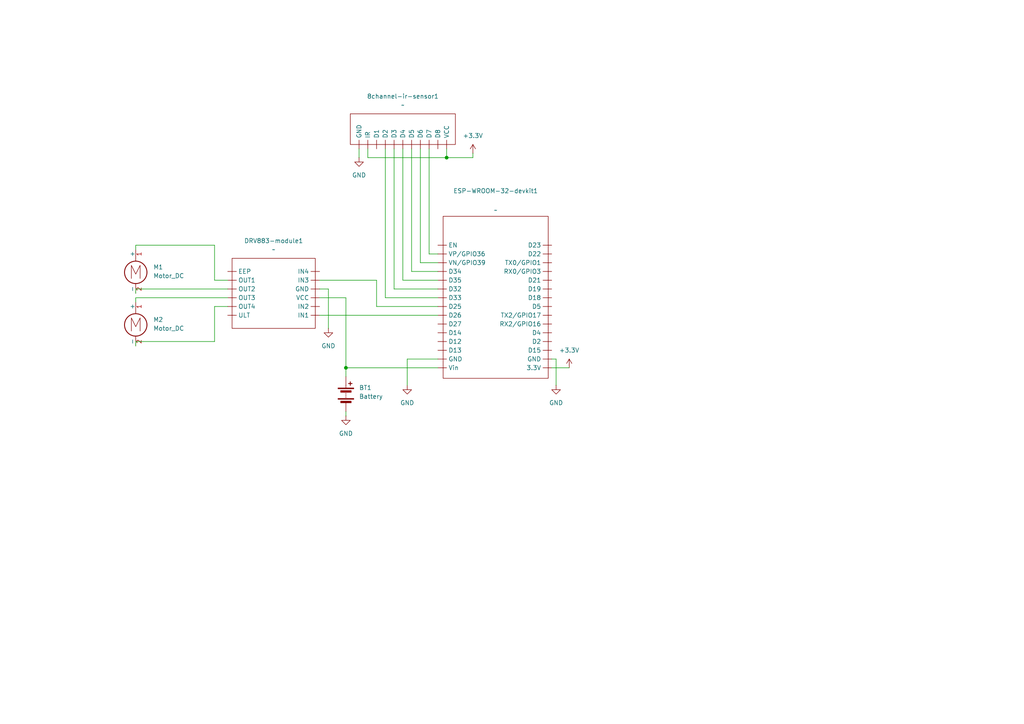
<source format=kicad_sch>
(kicad_sch (version 20250114) (generator "eeschema") (generator_version "9.0")
  (paper "A4")
  (lib_symbols
    (symbol "Device:Battery" (pin_numbers (hide yes)) (pin_names (offset 0) (hide yes))
      (property "Reference" "BT" (at 2.54 2.54 0))
      (property "Value" "Battery" (at 2.54 0 0))
      (symbol "Battery_0_1"
        (rectangle (start -2.286 1.778) (end 2.286 1.524) (fill (type outline)))
        (rectangle (start -2.286 -1.27) (end 2.286 -1.524) (fill (type outline)))
        (rectangle (start -1.524 1.016) (end 1.524 0.508) (fill (type outline)))
        (rectangle (start -1.524 -2.032) (end 1.524 -2.54) (fill (type outline)))
        (polyline (pts (xy 0 1.778) (xy 0 2.54)))
        (polyline (pts (xy 0 0) (xy 0 0.254)))
        (polyline (pts (xy 0 -0.508) (xy 0 -0.254)))
        (polyline (pts (xy 0 -1.016) (xy 0 -0.762)))
        (polyline (pts (xy 0.762 3.048) (xy 1.778 3.048)) (stroke (width 0.254)))
        (polyline (pts (xy 1.27 3.556) (xy 1.27 2.54)) (stroke (width 0.254)))
      )
      (symbol "Battery_1_1"
        (pin passive line (at 0 5.08 270) (length 2.54) (name "+") (number "1"))
        (pin passive line (at 0 -5.08 90) (length 2.54) (name "-") (number "2"))
      )
    )
    (symbol "Motor:Motor_DC" (pin_names (offset 0))
      (property "Reference" "M" (at 2.54 2.54 0))
      (property "Value" "Motor_DC" (at 2.54 -5.08 0))
      (symbol "Motor_DC_0_0"
        (polyline (pts (xy -1.27 -3.302) (xy -1.27 0.508) (xy 0 -2.032) (xy 1.27 0.508) (xy 1.27 -3.302)))
      )
      (symbol "Motor_DC_0_1"
        (polyline (pts (xy 0 2.032) (xy 0 2.54)))
        (polyline (pts (xy 0 1.7272) (xy 0 2.0828)))
        (circle (center 0 -1.524) (radius 3.2512) (stroke (width 0.254)))
        (polyline (pts (xy 0 -4.7752) (xy 0 -5.1816)))
        (polyline (pts (xy 0 -7.62) (xy 0 -7.112)))
      )
      (symbol "Motor_DC_1_1"
        (pin passive line (at 0 5.08 270) (length 2.54) (name "+") (number "1"))
        (pin passive line (at 0 -7.62 90) (length 2.54) (name "-") (number "2"))
      )
    )
    (symbol "PCM_Espressif:ESP-WROOM-32-DEVKIT"
      (property "Reference" "ESP-WROOM-32-devkit" (at 0 24.13 0))
      (symbol "ESP-WROOM-32-DEVKIT_0_1"
        (rectangle (start -14.986 26.162) (end 15.494 -20.828))
      )
      (symbol "ESP-WROOM-32-DEVKIT_1_1"
        (pin input line (at -16.51 17.78 0) (length 2.54) (name "EN") (number ""))
        (pin bidirectional line (at -16.51 15.24 0) (length 2.54) (name "VP/GPIO36") (number ""))
        (pin bidirectional line (at -16.51 12.7 0) (length 2.54) (name "VN/GPIO39") (number ""))
        (pin bidirectional line (at -16.51 10.16 0) (length 2.54) (name "D34") (number ""))
        (pin bidirectional line (at -16.51 7.62 0) (length 2.54) (name "D35") (number ""))
        (pin bidirectional line (at -16.51 5.08 0) (length 2.54) (name "D32") (number ""))
        (pin bidirectional line (at -16.51 2.54 0) (length 2.54) (name "D33") (number ""))
        (pin bidirectional line (at -16.51 0 0) (length 2.54) (name "D25") (number ""))
        (pin bidirectional line (at -16.51 -2.54 0) (length 2.54) (name "D26") (number ""))
        (pin bidirectional line (at -16.51 -5.08 0) (length 2.54) (name "D27") (number ""))
        (pin bidirectional line (at -16.51 -7.62 0) (length 2.54) (name "D14") (number ""))
        (pin bidirectional line (at -16.51 -10.16 0) (length 2.54) (name "D12") (number ""))
        (pin bidirectional line (at -16.51 -12.7 0) (length 2.54) (name "D13") (number ""))
        (pin power_in line (at -16.51 -15.24 0) (length 2.54) (name "GND") (number ""))
        (pin power_in line (at -16.51 -17.78 0) (length 2.54) (name "Vin") (number ""))
        (pin bidirectional line (at 16.51 17.78 180) (length 2.54) (name "D23") (number ""))
        (pin bidirectional line (at 16.51 15.24 180) (length 2.54) (name "D22") (number ""))
        (pin bidirectional line (at 16.51 12.7 180) (length 2.54) (name "TX0/GPIO1") (number ""))
        (pin bidirectional line (at 16.51 10.16 180) (length 2.54) (name "RX0/GPIO3") (number ""))
        (pin bidirectional line (at 16.51 7.62 180) (length 2.54) (name "D21") (number ""))
        (pin bidirectional line (at 16.51 5.08 180) (length 2.54) (name "D19") (number ""))
        (pin bidirectional line (at 16.51 2.54 180) (length 2.54) (name "D18") (number ""))
        (pin bidirectional line (at 16.51 0 180) (length 2.54) (name "D5") (number ""))
        (pin bidirectional line (at 16.51 -2.54 180) (length 2.54) (name "TX2/GPIO17") (number ""))
        (pin bidirectional line (at 16.51 -5.08 180) (length 2.54) (name "RX2/GPIO16") (number ""))
        (pin bidirectional line (at 16.51 -7.62 180) (length 2.54) (name "D4") (number ""))
        (pin bidirectional line (at 16.51 -10.16 180) (length 2.54) (name "D2") (number ""))
        (pin bidirectional line (at 16.51 -12.7 180) (length 2.54) (name "D15") (number ""))
        (pin power_out line (at 16.51 -15.24 180) (length 2.54) (name "GND") (number ""))
        (pin power_out line (at 16.51 -17.78 180) (length 2.54) (name "3.3V") (number ""))
      )
    )
    (symbol "eigensymbolen:8channel-ir-sensor"
      (property "Reference" "8channel-ir-sensor" (at 0 0 0))
      (symbol "8channel-ir-sensor_0_1"
        (rectangle (start -15.24 1.27) (end 15.24 -7.62))
      )
      (symbol "8channel-ir-sensor_1_1"
        (pin power_in line (at -12.7 -8.89 90) (length 2.54) (name "GND") (number ""))
        (pin power_in line (at -10.16 -8.89 90) (length 2.54) (name "IR") (number ""))
        (pin output line (at -7.62 -8.89 90) (length 2.54) (name "D1") (number ""))
        (pin output line (at -5.08 -8.89 90) (length 2.54) (name "D2") (number ""))
        (pin output line (at -2.54 -8.89 90) (length 2.54) (name "D3") (number ""))
        (pin output line (at 0 -8.89 90) (length 2.54) (name "D4") (number ""))
        (pin output line (at 2.54 -8.89 90) (length 2.54) (name "D5") (number ""))
        (pin output line (at 5.08 -8.89 90) (length 2.54) (name "D6") (number ""))
        (pin output line (at 7.62 -8.89 90) (length 2.54) (name "D7") (number ""))
        (pin output line (at 10.16 -8.89 90) (length 2.54) (name "D8") (number ""))
        (pin power_in line (at 12.7 -8.89 90) (length 2.54) (name "VCC") (number ""))
      )
    )
    (symbol "eigensymbolen:DRV8833_board"
      (property "Reference" "DRV8833" (at -0.254 8.128 0))
      (symbol "DRV8833_board_0_1"
        (rectangle (start -12.7 10.16) (end 11.43 -10.16))
      )
      (symbol "DRV8833_board_1_1"
        (pin input line (at -13.97 6.35 0) (length 2.54) (name "EEP") (number ""))
        (pin output line (at -13.97 3.81 0) (length 2.54) (name "OUT1") (number ""))
        (pin output line (at -13.97 1.27 0) (length 2.54) (name "OUT2") (number ""))
        (pin output line (at -13.97 -1.27 0) (length 2.54) (name "OUT3") (number ""))
        (pin output line (at -13.97 -3.81 0) (length 2.54) (name "OUT4") (number ""))
        (pin input line (at -13.97 -6.35 0) (length 2.54) (name "ULT") (number ""))
        (pin input line (at 12.7 6.35 180) (length 2.54) (name "IN4") (number ""))
        (pin input line (at 12.7 3.81 180) (length 2.54) (name "IN3") (number ""))
        (pin power_in line (at 12.7 1.27 180) (length 2.54) (name "GND") (number ""))
        (pin power_in line (at 12.7 -1.27 180) (length 2.54) (name "VCC") (number ""))
        (pin input line (at 12.7 -3.81 180) (length 2.54) (name "IN2") (number ""))
        (pin input line (at 12.7 -6.35 180) (length 2.54) (name "IN1") (number ""))
      )
    )
    (symbol "power:+3.3V" (power) (pin_numbers (hide yes)) (pin_names (offset 0) (hide yes))
      (property "Value" "+3.3V" (at 0 3.556 0))
      (symbol "+3.3V_0_1"
        (polyline (pts (xy -0.762 1.27) (xy 0 2.54)))
        (polyline (pts (xy 0 2.54) (xy 0.762 1.27)))
        (polyline (pts (xy 0 0) (xy 0 2.54)))
      )
      (symbol "+3.3V_1_1"
        (pin power_in line (at 0 0 90) (length 0) (name "~") (number "1"))
      )
    )
    (symbol "power:GND" (power) (pin_numbers (hide yes)) (pin_names (offset 0) (hide yes))
      (property "Value" "GND" (at 0 -3.81 0))
      (symbol "GND_0_1"
        (polyline (pts (xy 0 0) (xy 0 -1.27) (xy 1.27 -1.27) (xy 0 -2.54) (xy -1.27 -1.27) (xy 0 -1.27)))
      )
      (symbol "GND_1_1"
        (pin power_in line (at 0 0 270) (length 0) (name "~") (number "1"))
      )
    )
  )
  (junction (at 100.33 106.68))
  (junction (at 129.54 45.72))
  (wire (pts (xy 95.25 95.25) (xy 95.25 83.82)))
  (wire (pts (xy 111.76 43.18) (xy 111.76 86.36)))
  (wire (pts (xy 161.29 104.14) (xy 160.02 104.14)))
  (wire (pts (xy 137.16 44.45) (xy 137.16 45.72)))
  (wire (pts (xy 127 73.66) (xy 124.46 73.66)))
  (wire (pts (xy 62.23 71.12) (xy 39.37 71.12)))
  (wire (pts (xy 161.29 111.76) (xy 161.29 104.14)))
  (wire (pts (xy 109.22 81.28) (xy 92.71 81.28)))
  (wire (pts (xy 118.11 104.14) (xy 127 104.14)))
  (wire (pts (xy 104.14 43.18) (xy 104.14 45.72)))
  (wire (pts (xy 129.54 43.18) (xy 129.54 45.72)))
  (wire (pts (xy 127 86.36) (xy 111.76 86.36)))
  (wire (pts (xy 165.1 106.68) (xy 160.02 106.68)))
  (wire (pts (xy 62.23 99.06) (xy 39.37 99.06)))
  (wire (pts (xy 127 88.9) (xy 109.22 88.9)))
  (wire (pts (xy 62.23 88.9) (xy 62.23 99.06)))
  (wire (pts (xy 100.33 106.68) (xy 100.33 109.22)))
  (wire (pts (xy 127 76.2) (xy 121.92 76.2)))
  (wire (pts (xy 62.23 81.28) (xy 62.23 71.12)))
  (wire (pts (xy 66.04 88.9) (xy 62.23 88.9)))
  (wire (pts (xy 118.11 111.76) (xy 118.11 104.14)))
  (wire (pts (xy 100.33 119.38) (xy 100.33 120.65)))
  (wire (pts (xy 39.37 86.36) (xy 39.37 87.63)))
  (wire (pts (xy 66.04 81.28) (xy 62.23 81.28)))
  (wire (pts (xy 100.33 106.68) (xy 127 106.68)))
  (wire (pts (xy 92.71 91.44) (xy 127 91.44)))
  (wire (pts (xy 127 78.74) (xy 119.38 78.74)))
  (wire (pts (xy 121.92 43.18) (xy 121.92 76.2)))
  (wire (pts (xy 137.16 45.72) (xy 129.54 45.72)))
  (wire (pts (xy 39.37 83.82) (xy 39.37 85.09)))
  (wire (pts (xy 92.71 86.36) (xy 100.33 86.36)))
  (wire (pts (xy 39.37 99.06) (xy 39.37 100.33)))
  (wire (pts (xy 109.22 88.9) (xy 109.22 81.28)))
  (wire (pts (xy 106.68 45.72) (xy 129.54 45.72)))
  (wire (pts (xy 106.68 43.18) (xy 106.68 45.72)))
  (wire (pts (xy 116.84 43.18) (xy 116.84 81.28)))
  (wire (pts (xy 39.37 86.36) (xy 66.04 86.36)))
  (wire (pts (xy 39.37 83.82) (xy 66.04 83.82)))
  (wire (pts (xy 119.38 43.18) (xy 119.38 78.74)))
  (wire (pts (xy 124.46 43.18) (xy 124.46 73.66)))
  (wire (pts (xy 114.3 83.82) (xy 127 83.82)))
  (wire (pts (xy 39.37 71.12) (xy 39.37 72.39)))
  (wire (pts (xy 100.33 86.36) (xy 100.33 106.68)))
  (wire (pts (xy 127 81.28) (xy 116.84 81.28)))
  (wire (pts (xy 114.3 43.18) (xy 114.3 83.82)))
  (wire (pts (xy 95.25 83.82) (xy 92.71 83.82)))
  (symbol (lib_id "eigensymbolen:8channel-ir-sensor") (at 116.84 34.29 0) (unit 1)
    (property "Reference" "8channel-ir-sensor1" (at 116.84 27.94 0))
    (property "Value" "~" (at 116.84 30.48 0))
  )
  (symbol (lib_id "power:+3.3V") (at 137.16 44.45 0) (unit 1)
    (property "Reference" "#PWR08" (effects (hide yes)))
    (property "Value" "+3.3V" (at 137.16 39.37 0))
    (property "Description" "Power symbol creates a global label with name \"+3.3V\"" (effects (hide yes)))
  )
  (symbol (lib_id "power:GND") (at 104.14 45.72 0) (unit 1)
    (property "Reference" "#PWR01" (effects (hide yes)))
    (property "Value" "GND" (at 104.14 50.8 0))
    (property "Description" "Power symbol creates a global label with name \"GND\" , ground" (effects (hide yes)))
  )
  (symbol (lib_id "power:GND") (at 161.29 111.76 0) (unit 1)
    (property "Reference" "#PWR02" (effects (hide yes)))
    (property "Value" "GND" (at 161.29 116.84 0))
    (property "Description" "Power symbol creates a global label with name \"GND\" , ground" (effects (hide yes)))
  )
  (symbol (lib_id "Device:Battery") (at 100.33 114.3 0) (unit 1)
    (property "Reference" "BT1" (at 104.14 112.4584 0) (effects (justify left)))
    (property "Value" "Battery" (at 104.14 114.9984 0) (effects (justify left)))
    (property "Description" "Multiple-cell battery" (effects (hide yes)))
  )
  (symbol (lib_id "power:+3.3V") (at 165.1 106.68 0) (unit 1)
    (property "Reference" "#PWR07" (effects (hide yes)))
    (property "Value" "+3.3V" (at 165.1 101.6 0))
    (property "Description" "Power symbol creates a global label with name \"+3.3V\"" (effects (hide yes)))
  )
  (symbol (lib_id "power:GND") (at 95.25 95.25 0) (unit 1)
    (property "Reference" "#PWR03" (effects (hide yes)))
    (property "Value" "GND" (at 95.25 100.33 0))
    (property "Description" "Power symbol creates a global label with name \"GND\" , ground" (effects (hide yes)))
  )
  (symbol (lib_id "eigensymbolen:DRV8833_board") (at 80.01 85.09 0) (unit 1)
    (property "Reference" "DRV883-module1" (at 79.375 69.85 0))
    (property "Value" "~" (at 79.375 72.39 0))
  )
  (symbol (lib_id "PCM_Espressif:ESP-WROOM-32-DEVKIT") (at 143.51 88.9 0) (unit 1)
    (property "Reference" "ESP-WROOM-32-devkit1" (at 143.764 55.372 0))
    (property "Value" "~" (at 143.764 60.96 0))
  )
  (symbol (lib_id "Motor:Motor_DC") (at 39.37 77.47 0) (unit 1)
    (property "Reference" "M1" (at 44.45 77.4699 0) (effects (justify left)))
    (property "Value" "Motor_DC" (at 44.45 80.0099 0) (effects (justify left)))
    (property "Description" "DC Motor" (effects (hide yes)))
  )
  (symbol (lib_id "power:GND") (at 100.33 120.65 0) (unit 1)
    (property "Reference" "#PWR05" (effects (hide yes)))
    (property "Value" "GND" (at 100.33 125.73 0))
    (property "Description" "Power symbol creates a global label with name \"GND\" , ground" (effects (hide yes)))
  )
  (symbol (lib_id "power:GND") (at 118.11 111.76 0) (unit 1)
    (property "Reference" "#PWR04" (effects (hide yes)))
    (property "Value" "GND" (at 118.11 116.84 0))
    (property "Description" "Power symbol creates a global label with name \"GND\" , ground" (effects (hide yes)))
  )
  (symbol (lib_id "Motor:Motor_DC") (at 39.37 92.71 0) (unit 1)
    (property "Reference" "M2" (at 44.45 92.7099 0) (effects (justify left)))
    (property "Value" "Motor_DC" (at 44.45 95.2499 0) (effects (justify left)))
    (property "Description" "DC Motor" (effects (hide yes)))
  )
)
</source>
